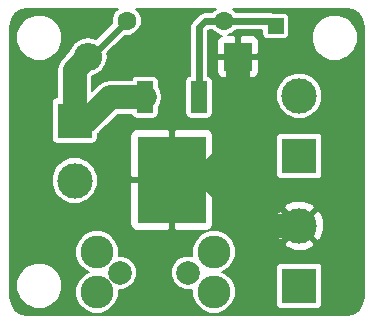
<source format=gtl>
G04 #@! TF.FileFunction,Copper,L1,Top,Signal*
%FSLAX46Y46*%
G04 Gerber Fmt 4.6, Leading zero omitted, Abs format (unit mm)*
G04 Created by KiCad (PCBNEW 4.0.7) date 07/04/19 18:58:04*
%MOMM*%
%LPD*%
G01*
G04 APERTURE LIST*
%ADD10C,0.100000*%
%ADD11R,2.400000X2.400000*%
%ADD12O,2.400000X2.400000*%
%ADD13C,1.600000*%
%ADD14C,2.000000*%
%ADD15R,1.350000X1.350000*%
%ADD16R,3.000000X3.000000*%
%ADD17C,3.000000*%
%ADD18R,1.400000X2.700000*%
%ADD19R,5.800000X7.400000*%
%ADD20C,2.780000*%
%ADD21C,0.609600*%
%ADD22C,2.032000*%
%ADD23C,0.200000*%
G04 APERTURE END LIST*
D10*
D11*
X146812000Y-53975000D03*
D12*
X134112000Y-53975000D03*
D13*
X137418000Y-50927000D03*
X145668000Y-50927000D03*
D14*
X136800000Y-72263000D03*
X142600000Y-72263000D03*
D15*
X149998000Y-51365000D03*
D16*
X151998000Y-62365000D03*
D17*
X151998000Y-57285000D03*
D16*
X132998000Y-59365000D03*
D17*
X132998000Y-64445000D03*
D18*
X143504000Y-57399000D03*
X138944000Y-57399000D03*
D19*
X141224000Y-64381000D03*
D16*
X151998000Y-73365000D03*
D17*
X151998000Y-68285000D03*
D20*
X134874000Y-70485000D03*
X134874000Y-73885000D03*
X144794000Y-70485000D03*
X144794000Y-73885000D03*
D21*
X134112000Y-53975000D02*
X134370000Y-53975000D01*
X134370000Y-53975000D02*
X137418000Y-50927000D01*
D22*
X132998000Y-59365000D02*
X134056000Y-59365000D01*
X134056000Y-59365000D02*
X136022000Y-57399000D01*
X136022000Y-57399000D02*
X138944000Y-57399000D01*
X132998000Y-59365000D02*
X132998000Y-55089000D01*
X132998000Y-55089000D02*
X134112000Y-53975000D01*
D21*
X145668000Y-50927000D02*
X144018000Y-50927000D01*
X143504000Y-51441000D02*
X143504000Y-57399000D01*
X144018000Y-50927000D02*
X143504000Y-51441000D01*
X145668000Y-50927000D02*
X149560000Y-50927000D01*
X149560000Y-50927000D02*
X149998000Y-51365000D01*
X149928000Y-51435000D02*
X149998000Y-51365000D01*
D22*
X146812000Y-53975000D02*
X146812000Y-61341000D01*
X146812000Y-61341000D02*
X143772000Y-64381000D01*
X143772000Y-64381000D02*
X141224000Y-64381000D01*
X141224000Y-64381000D02*
X144518000Y-64381000D01*
X148422000Y-68285000D02*
X151998000Y-68285000D01*
X144518000Y-64381000D02*
X148422000Y-68285000D01*
D23*
G36*
X136358919Y-50218007D02*
X136168217Y-50677269D01*
X136167840Y-51109712D01*
X134806445Y-52471107D01*
X134775753Y-52450599D01*
X134144325Y-52325000D01*
X134079675Y-52325000D01*
X133448247Y-52450599D01*
X132912949Y-52808274D01*
X132555274Y-53343572D01*
X132526740Y-53487023D01*
X131961381Y-54052381D01*
X131643593Y-54527986D01*
X131531999Y-55089000D01*
X131532000Y-55089005D01*
X131532000Y-57406184D01*
X131498000Y-57406184D01*
X131331240Y-57437562D01*
X131178081Y-57536117D01*
X131075332Y-57686495D01*
X131039184Y-57865000D01*
X131039184Y-60865000D01*
X131070562Y-61031760D01*
X131169117Y-61184919D01*
X131319495Y-61287668D01*
X131498000Y-61323816D01*
X134498000Y-61323816D01*
X134664760Y-61292438D01*
X134817919Y-61193883D01*
X134920668Y-61043505D01*
X134956816Y-60865000D01*
X134956816Y-60560061D01*
X137716000Y-60560061D01*
X137716000Y-64075000D01*
X137868000Y-64227000D01*
X141070000Y-64227000D01*
X141070000Y-60225000D01*
X141378000Y-60225000D01*
X141378000Y-64227000D01*
X144580000Y-64227000D01*
X144732000Y-64075000D01*
X144732000Y-60865000D01*
X150039184Y-60865000D01*
X150039184Y-63865000D01*
X150070562Y-64031760D01*
X150169117Y-64184919D01*
X150319495Y-64287668D01*
X150498000Y-64323816D01*
X153498000Y-64323816D01*
X153664760Y-64292438D01*
X153817919Y-64193883D01*
X153920668Y-64043505D01*
X153956816Y-63865000D01*
X153956816Y-60865000D01*
X153925438Y-60698240D01*
X153826883Y-60545081D01*
X153676505Y-60442332D01*
X153498000Y-60406184D01*
X150498000Y-60406184D01*
X150331240Y-60437562D01*
X150178081Y-60536117D01*
X150075332Y-60686495D01*
X150039184Y-60865000D01*
X144732000Y-60865000D01*
X144732000Y-60560061D01*
X144639437Y-60336595D01*
X144468404Y-60165562D01*
X144244938Y-60073000D01*
X141530000Y-60073000D01*
X141378000Y-60225000D01*
X141070000Y-60225000D01*
X140918000Y-60073000D01*
X138203062Y-60073000D01*
X137979596Y-60165562D01*
X137808563Y-60336595D01*
X137716000Y-60560061D01*
X134956816Y-60560061D01*
X134956816Y-60492359D01*
X135092619Y-60401619D01*
X136629237Y-58865000D01*
X137807011Y-58865000D01*
X137816562Y-58915760D01*
X137915117Y-59068919D01*
X138065495Y-59171668D01*
X138244000Y-59207816D01*
X139644000Y-59207816D01*
X139810760Y-59176438D01*
X139963919Y-59077883D01*
X140066668Y-58927505D01*
X140102816Y-58749000D01*
X140102816Y-58252738D01*
X140298407Y-57960014D01*
X140410000Y-57399000D01*
X140298407Y-56837986D01*
X140102816Y-56545262D01*
X140102816Y-56049000D01*
X140071438Y-55882240D01*
X139972883Y-55729081D01*
X139822505Y-55626332D01*
X139644000Y-55590184D01*
X138244000Y-55590184D01*
X138077240Y-55621562D01*
X137924081Y-55720117D01*
X137821332Y-55870495D01*
X137808674Y-55933000D01*
X136022005Y-55933000D01*
X136022000Y-55932999D01*
X135554065Y-56026078D01*
X135460986Y-56044593D01*
X134985381Y-56362381D01*
X134985379Y-56362384D01*
X134464000Y-56883763D01*
X134464000Y-55696238D01*
X134632302Y-55527935D01*
X134775753Y-55499401D01*
X135311051Y-55141726D01*
X135668726Y-54606428D01*
X135794325Y-53975000D01*
X135735115Y-53677333D01*
X137235606Y-52176842D01*
X137665550Y-52177217D01*
X138125143Y-51987316D01*
X138477081Y-51635993D01*
X138667783Y-51176731D01*
X138668217Y-50679450D01*
X138478316Y-50219857D01*
X138149035Y-49890000D01*
X144937500Y-49890000D01*
X144654806Y-50172200D01*
X144018000Y-50172200D01*
X143729151Y-50229656D01*
X143484276Y-50393276D01*
X142970276Y-50907276D01*
X142806656Y-51152150D01*
X142764317Y-51365000D01*
X142749200Y-51441000D01*
X142749200Y-55600495D01*
X142637240Y-55621562D01*
X142484081Y-55720117D01*
X142381332Y-55870495D01*
X142345184Y-56049000D01*
X142345184Y-58749000D01*
X142376562Y-58915760D01*
X142475117Y-59068919D01*
X142625495Y-59171668D01*
X142804000Y-59207816D01*
X144204000Y-59207816D01*
X144370760Y-59176438D01*
X144523919Y-59077883D01*
X144626668Y-58927505D01*
X144662816Y-58749000D01*
X144662816Y-57671177D01*
X150047662Y-57671177D01*
X150343906Y-58388143D01*
X150891971Y-58937166D01*
X151608419Y-59234661D01*
X152384177Y-59235338D01*
X153101143Y-58939094D01*
X153650166Y-58391029D01*
X153947661Y-57674581D01*
X153948338Y-56898823D01*
X153652094Y-56181857D01*
X153104029Y-55632834D01*
X152387581Y-55335339D01*
X151611823Y-55334662D01*
X150894857Y-55630906D01*
X150345834Y-56178971D01*
X150048339Y-56895419D01*
X150047662Y-57671177D01*
X144662816Y-57671177D01*
X144662816Y-56049000D01*
X144631438Y-55882240D01*
X144532883Y-55729081D01*
X144382505Y-55626332D01*
X144258800Y-55601281D01*
X144258800Y-54281000D01*
X145004000Y-54281000D01*
X145004000Y-55295938D01*
X145096562Y-55519404D01*
X145267595Y-55690437D01*
X145491061Y-55783000D01*
X146506000Y-55783000D01*
X146658000Y-55631000D01*
X146658000Y-54129000D01*
X146966000Y-54129000D01*
X146966000Y-55631000D01*
X147118000Y-55783000D01*
X148132939Y-55783000D01*
X148356405Y-55690437D01*
X148527438Y-55519404D01*
X148620000Y-55295938D01*
X148620000Y-54281000D01*
X148468000Y-54129000D01*
X146966000Y-54129000D01*
X146658000Y-54129000D01*
X145156000Y-54129000D01*
X145004000Y-54281000D01*
X144258800Y-54281000D01*
X144258800Y-51753648D01*
X144330648Y-51681800D01*
X144655258Y-51681800D01*
X144959007Y-51986081D01*
X145418269Y-52176783D01*
X145467339Y-52176826D01*
X145267595Y-52259563D01*
X145096562Y-52430596D01*
X145004000Y-52654062D01*
X145004000Y-53669000D01*
X145156000Y-53821000D01*
X146658000Y-53821000D01*
X146658000Y-52319000D01*
X146966000Y-52319000D01*
X146966000Y-53821000D01*
X148468000Y-53821000D01*
X148620000Y-53669000D01*
X148620000Y-52751177D01*
X153047662Y-52751177D01*
X153343906Y-53468143D01*
X153891971Y-54017166D01*
X154608419Y-54314661D01*
X155384177Y-54315338D01*
X156101143Y-54019094D01*
X156650166Y-53471029D01*
X156947661Y-52754581D01*
X156948338Y-51978823D01*
X156652094Y-51261857D01*
X156104029Y-50712834D01*
X155387581Y-50415339D01*
X154611823Y-50414662D01*
X153894857Y-50710906D01*
X153345834Y-51258971D01*
X153048339Y-51975419D01*
X153047662Y-52751177D01*
X148620000Y-52751177D01*
X148620000Y-52654062D01*
X148527438Y-52430596D01*
X148356405Y-52259563D01*
X148132939Y-52167000D01*
X147118000Y-52167000D01*
X146966000Y-52319000D01*
X146658000Y-52319000D01*
X146506000Y-52167000D01*
X145940277Y-52167000D01*
X146375143Y-51987316D01*
X146681194Y-51681800D01*
X148864184Y-51681800D01*
X148864184Y-52040000D01*
X148895562Y-52206760D01*
X148994117Y-52359919D01*
X149144495Y-52462668D01*
X149323000Y-52498816D01*
X150673000Y-52498816D01*
X150839760Y-52467438D01*
X150992919Y-52368883D01*
X151095668Y-52218505D01*
X151131816Y-52040000D01*
X151131816Y-50690000D01*
X151100438Y-50523240D01*
X151001883Y-50370081D01*
X150851505Y-50267332D01*
X150673000Y-50231184D01*
X149851137Y-50231184D01*
X149848850Y-50229656D01*
X149560000Y-50172200D01*
X146680742Y-50172200D01*
X146399035Y-49890000D01*
X155946294Y-49890000D01*
X156558522Y-50011780D01*
X157033710Y-50329290D01*
X157351220Y-50804479D01*
X157473000Y-51416706D01*
X157473000Y-74313294D01*
X157351220Y-74925521D01*
X157033710Y-75400710D01*
X156558522Y-75718220D01*
X155946294Y-75840000D01*
X129049706Y-75840000D01*
X128437479Y-75718220D01*
X127962290Y-75400710D01*
X127644780Y-74925522D01*
X127523000Y-74313294D01*
X127523000Y-73751177D01*
X128047662Y-73751177D01*
X128343906Y-74468143D01*
X128891971Y-75017166D01*
X129608419Y-75314661D01*
X130384177Y-75315338D01*
X131101143Y-75019094D01*
X131650166Y-74471029D01*
X131947661Y-73754581D01*
X131948338Y-72978823D01*
X131652094Y-72261857D01*
X131104029Y-71712834D01*
X130387581Y-71415339D01*
X129611823Y-71414662D01*
X128894857Y-71710906D01*
X128345834Y-72258971D01*
X128048339Y-72975419D01*
X128047662Y-73751177D01*
X127523000Y-73751177D01*
X127523000Y-70849393D01*
X133033681Y-70849393D01*
X133313214Y-71525915D01*
X133830363Y-72043967D01*
X134170009Y-72185000D01*
X133833085Y-72324214D01*
X133315033Y-72841363D01*
X133034320Y-73517396D01*
X133033681Y-74249393D01*
X133313214Y-74925915D01*
X133830363Y-75443967D01*
X134506396Y-75724680D01*
X135238393Y-75725319D01*
X135914915Y-75445786D01*
X136432967Y-74928637D01*
X136713680Y-74252604D01*
X136714151Y-73712926D01*
X137087157Y-73713251D01*
X137620286Y-73492967D01*
X138028533Y-73085431D01*
X138249748Y-72552688D01*
X138249750Y-72550157D01*
X141149749Y-72550157D01*
X141370033Y-73083286D01*
X141777569Y-73491533D01*
X142310312Y-73712748D01*
X142887157Y-73713251D01*
X142954173Y-73685561D01*
X142953681Y-74249393D01*
X143233214Y-74925915D01*
X143750363Y-75443967D01*
X144426396Y-75724680D01*
X145158393Y-75725319D01*
X145834915Y-75445786D01*
X146352967Y-74928637D01*
X146633680Y-74252604D01*
X146634319Y-73520607D01*
X146354786Y-72844085D01*
X145837637Y-72326033D01*
X145497991Y-72185000D01*
X145834915Y-72045786D01*
X146016016Y-71865000D01*
X150039184Y-71865000D01*
X150039184Y-74865000D01*
X150070562Y-75031760D01*
X150169117Y-75184919D01*
X150319495Y-75287668D01*
X150498000Y-75323816D01*
X153498000Y-75323816D01*
X153664760Y-75292438D01*
X153817919Y-75193883D01*
X153920668Y-75043505D01*
X153956816Y-74865000D01*
X153956816Y-71865000D01*
X153925438Y-71698240D01*
X153826883Y-71545081D01*
X153676505Y-71442332D01*
X153498000Y-71406184D01*
X150498000Y-71406184D01*
X150331240Y-71437562D01*
X150178081Y-71536117D01*
X150075332Y-71686495D01*
X150039184Y-71865000D01*
X146016016Y-71865000D01*
X146352967Y-71528637D01*
X146633680Y-70852604D01*
X146634319Y-70120607D01*
X146502671Y-69801993D01*
X150698796Y-69801993D01*
X150862510Y-70109869D01*
X151647291Y-70405492D01*
X152485464Y-70378289D01*
X153133490Y-70109869D01*
X153297204Y-69801993D01*
X151998000Y-68502789D01*
X150698796Y-69801993D01*
X146502671Y-69801993D01*
X146354786Y-69444085D01*
X145837637Y-68926033D01*
X145161604Y-68645320D01*
X144429607Y-68644681D01*
X143753085Y-68924214D01*
X143235033Y-69441363D01*
X142954320Y-70117396D01*
X142953689Y-70839828D01*
X142889688Y-70813252D01*
X142312843Y-70812749D01*
X141779714Y-71033033D01*
X141371467Y-71440569D01*
X141150252Y-71973312D01*
X141149749Y-72550157D01*
X138249750Y-72550157D01*
X138250251Y-71975843D01*
X138029967Y-71442714D01*
X137622431Y-71034467D01*
X137089688Y-70813252D01*
X136713715Y-70812924D01*
X136714319Y-70120607D01*
X136434786Y-69444085D01*
X135917637Y-68926033D01*
X135241604Y-68645320D01*
X134509607Y-68644681D01*
X133833085Y-68924214D01*
X133315033Y-69441363D01*
X133034320Y-70117396D01*
X133033681Y-70849393D01*
X127523000Y-70849393D01*
X127523000Y-64831177D01*
X131047662Y-64831177D01*
X131343906Y-65548143D01*
X131891971Y-66097166D01*
X132608419Y-66394661D01*
X133384177Y-66395338D01*
X134101143Y-66099094D01*
X134650166Y-65551029D01*
X134947661Y-64834581D01*
X134947789Y-64687000D01*
X137716000Y-64687000D01*
X137716000Y-68201939D01*
X137808563Y-68425405D01*
X137979596Y-68596438D01*
X138203062Y-68689000D01*
X140918000Y-68689000D01*
X141070000Y-68537000D01*
X141070000Y-64535000D01*
X141378000Y-64535000D01*
X141378000Y-68537000D01*
X141530000Y-68689000D01*
X144244938Y-68689000D01*
X144468404Y-68596438D01*
X144639437Y-68425405D01*
X144732000Y-68201939D01*
X144732000Y-67934291D01*
X149877508Y-67934291D01*
X149904711Y-68772464D01*
X150173131Y-69420490D01*
X150481007Y-69584204D01*
X151780211Y-68285000D01*
X152215789Y-68285000D01*
X153514993Y-69584204D01*
X153822869Y-69420490D01*
X154118492Y-68635709D01*
X154091289Y-67797536D01*
X153822869Y-67149510D01*
X153514993Y-66985796D01*
X152215789Y-68285000D01*
X151780211Y-68285000D01*
X150481007Y-66985796D01*
X150173131Y-67149510D01*
X149877508Y-67934291D01*
X144732000Y-67934291D01*
X144732000Y-66768007D01*
X150698796Y-66768007D01*
X151998000Y-68067211D01*
X153297204Y-66768007D01*
X153133490Y-66460131D01*
X152348709Y-66164508D01*
X151510536Y-66191711D01*
X150862510Y-66460131D01*
X150698796Y-66768007D01*
X144732000Y-66768007D01*
X144732000Y-64687000D01*
X144580000Y-64535000D01*
X141378000Y-64535000D01*
X141070000Y-64535000D01*
X137868000Y-64535000D01*
X137716000Y-64687000D01*
X134947789Y-64687000D01*
X134948338Y-64058823D01*
X134652094Y-63341857D01*
X134104029Y-62792834D01*
X133387581Y-62495339D01*
X132611823Y-62494662D01*
X131894857Y-62790906D01*
X131345834Y-63338971D01*
X131048339Y-64055419D01*
X131047662Y-64831177D01*
X127523000Y-64831177D01*
X127523000Y-52751177D01*
X128047662Y-52751177D01*
X128343906Y-53468143D01*
X128891971Y-54017166D01*
X129608419Y-54314661D01*
X130384177Y-54315338D01*
X131101143Y-54019094D01*
X131650166Y-53471029D01*
X131947661Y-52754581D01*
X131948338Y-51978823D01*
X131652094Y-51261857D01*
X131104029Y-50712834D01*
X130387581Y-50415339D01*
X129611823Y-50414662D01*
X128894857Y-50710906D01*
X128345834Y-51258971D01*
X128048339Y-51975419D01*
X128047662Y-52751177D01*
X127523000Y-52751177D01*
X127523000Y-51416706D01*
X127644780Y-50804478D01*
X127962290Y-50329290D01*
X128437479Y-50011780D01*
X129049706Y-49890000D01*
X136687500Y-49890000D01*
X136358919Y-50218007D01*
X136358919Y-50218007D01*
G37*
X136358919Y-50218007D02*
X136168217Y-50677269D01*
X136167840Y-51109712D01*
X134806445Y-52471107D01*
X134775753Y-52450599D01*
X134144325Y-52325000D01*
X134079675Y-52325000D01*
X133448247Y-52450599D01*
X132912949Y-52808274D01*
X132555274Y-53343572D01*
X132526740Y-53487023D01*
X131961381Y-54052381D01*
X131643593Y-54527986D01*
X131531999Y-55089000D01*
X131532000Y-55089005D01*
X131532000Y-57406184D01*
X131498000Y-57406184D01*
X131331240Y-57437562D01*
X131178081Y-57536117D01*
X131075332Y-57686495D01*
X131039184Y-57865000D01*
X131039184Y-60865000D01*
X131070562Y-61031760D01*
X131169117Y-61184919D01*
X131319495Y-61287668D01*
X131498000Y-61323816D01*
X134498000Y-61323816D01*
X134664760Y-61292438D01*
X134817919Y-61193883D01*
X134920668Y-61043505D01*
X134956816Y-60865000D01*
X134956816Y-60560061D01*
X137716000Y-60560061D01*
X137716000Y-64075000D01*
X137868000Y-64227000D01*
X141070000Y-64227000D01*
X141070000Y-60225000D01*
X141378000Y-60225000D01*
X141378000Y-64227000D01*
X144580000Y-64227000D01*
X144732000Y-64075000D01*
X144732000Y-60865000D01*
X150039184Y-60865000D01*
X150039184Y-63865000D01*
X150070562Y-64031760D01*
X150169117Y-64184919D01*
X150319495Y-64287668D01*
X150498000Y-64323816D01*
X153498000Y-64323816D01*
X153664760Y-64292438D01*
X153817919Y-64193883D01*
X153920668Y-64043505D01*
X153956816Y-63865000D01*
X153956816Y-60865000D01*
X153925438Y-60698240D01*
X153826883Y-60545081D01*
X153676505Y-60442332D01*
X153498000Y-60406184D01*
X150498000Y-60406184D01*
X150331240Y-60437562D01*
X150178081Y-60536117D01*
X150075332Y-60686495D01*
X150039184Y-60865000D01*
X144732000Y-60865000D01*
X144732000Y-60560061D01*
X144639437Y-60336595D01*
X144468404Y-60165562D01*
X144244938Y-60073000D01*
X141530000Y-60073000D01*
X141378000Y-60225000D01*
X141070000Y-60225000D01*
X140918000Y-60073000D01*
X138203062Y-60073000D01*
X137979596Y-60165562D01*
X137808563Y-60336595D01*
X137716000Y-60560061D01*
X134956816Y-60560061D01*
X134956816Y-60492359D01*
X135092619Y-60401619D01*
X136629237Y-58865000D01*
X137807011Y-58865000D01*
X137816562Y-58915760D01*
X137915117Y-59068919D01*
X138065495Y-59171668D01*
X138244000Y-59207816D01*
X139644000Y-59207816D01*
X139810760Y-59176438D01*
X139963919Y-59077883D01*
X140066668Y-58927505D01*
X140102816Y-58749000D01*
X140102816Y-58252738D01*
X140298407Y-57960014D01*
X140410000Y-57399000D01*
X140298407Y-56837986D01*
X140102816Y-56545262D01*
X140102816Y-56049000D01*
X140071438Y-55882240D01*
X139972883Y-55729081D01*
X139822505Y-55626332D01*
X139644000Y-55590184D01*
X138244000Y-55590184D01*
X138077240Y-55621562D01*
X137924081Y-55720117D01*
X137821332Y-55870495D01*
X137808674Y-55933000D01*
X136022005Y-55933000D01*
X136022000Y-55932999D01*
X135554065Y-56026078D01*
X135460986Y-56044593D01*
X134985381Y-56362381D01*
X134985379Y-56362384D01*
X134464000Y-56883763D01*
X134464000Y-55696238D01*
X134632302Y-55527935D01*
X134775753Y-55499401D01*
X135311051Y-55141726D01*
X135668726Y-54606428D01*
X135794325Y-53975000D01*
X135735115Y-53677333D01*
X137235606Y-52176842D01*
X137665550Y-52177217D01*
X138125143Y-51987316D01*
X138477081Y-51635993D01*
X138667783Y-51176731D01*
X138668217Y-50679450D01*
X138478316Y-50219857D01*
X138149035Y-49890000D01*
X144937500Y-49890000D01*
X144654806Y-50172200D01*
X144018000Y-50172200D01*
X143729151Y-50229656D01*
X143484276Y-50393276D01*
X142970276Y-50907276D01*
X142806656Y-51152150D01*
X142764317Y-51365000D01*
X142749200Y-51441000D01*
X142749200Y-55600495D01*
X142637240Y-55621562D01*
X142484081Y-55720117D01*
X142381332Y-55870495D01*
X142345184Y-56049000D01*
X142345184Y-58749000D01*
X142376562Y-58915760D01*
X142475117Y-59068919D01*
X142625495Y-59171668D01*
X142804000Y-59207816D01*
X144204000Y-59207816D01*
X144370760Y-59176438D01*
X144523919Y-59077883D01*
X144626668Y-58927505D01*
X144662816Y-58749000D01*
X144662816Y-57671177D01*
X150047662Y-57671177D01*
X150343906Y-58388143D01*
X150891971Y-58937166D01*
X151608419Y-59234661D01*
X152384177Y-59235338D01*
X153101143Y-58939094D01*
X153650166Y-58391029D01*
X153947661Y-57674581D01*
X153948338Y-56898823D01*
X153652094Y-56181857D01*
X153104029Y-55632834D01*
X152387581Y-55335339D01*
X151611823Y-55334662D01*
X150894857Y-55630906D01*
X150345834Y-56178971D01*
X150048339Y-56895419D01*
X150047662Y-57671177D01*
X144662816Y-57671177D01*
X144662816Y-56049000D01*
X144631438Y-55882240D01*
X144532883Y-55729081D01*
X144382505Y-55626332D01*
X144258800Y-55601281D01*
X144258800Y-54281000D01*
X145004000Y-54281000D01*
X145004000Y-55295938D01*
X145096562Y-55519404D01*
X145267595Y-55690437D01*
X145491061Y-55783000D01*
X146506000Y-55783000D01*
X146658000Y-55631000D01*
X146658000Y-54129000D01*
X146966000Y-54129000D01*
X146966000Y-55631000D01*
X147118000Y-55783000D01*
X148132939Y-55783000D01*
X148356405Y-55690437D01*
X148527438Y-55519404D01*
X148620000Y-55295938D01*
X148620000Y-54281000D01*
X148468000Y-54129000D01*
X146966000Y-54129000D01*
X146658000Y-54129000D01*
X145156000Y-54129000D01*
X145004000Y-54281000D01*
X144258800Y-54281000D01*
X144258800Y-51753648D01*
X144330648Y-51681800D01*
X144655258Y-51681800D01*
X144959007Y-51986081D01*
X145418269Y-52176783D01*
X145467339Y-52176826D01*
X145267595Y-52259563D01*
X145096562Y-52430596D01*
X145004000Y-52654062D01*
X145004000Y-53669000D01*
X145156000Y-53821000D01*
X146658000Y-53821000D01*
X146658000Y-52319000D01*
X146966000Y-52319000D01*
X146966000Y-53821000D01*
X148468000Y-53821000D01*
X148620000Y-53669000D01*
X148620000Y-52751177D01*
X153047662Y-52751177D01*
X153343906Y-53468143D01*
X153891971Y-54017166D01*
X154608419Y-54314661D01*
X155384177Y-54315338D01*
X156101143Y-54019094D01*
X156650166Y-53471029D01*
X156947661Y-52754581D01*
X156948338Y-51978823D01*
X156652094Y-51261857D01*
X156104029Y-50712834D01*
X155387581Y-50415339D01*
X154611823Y-50414662D01*
X153894857Y-50710906D01*
X153345834Y-51258971D01*
X153048339Y-51975419D01*
X153047662Y-52751177D01*
X148620000Y-52751177D01*
X148620000Y-52654062D01*
X148527438Y-52430596D01*
X148356405Y-52259563D01*
X148132939Y-52167000D01*
X147118000Y-52167000D01*
X146966000Y-52319000D01*
X146658000Y-52319000D01*
X146506000Y-52167000D01*
X145940277Y-52167000D01*
X146375143Y-51987316D01*
X146681194Y-51681800D01*
X148864184Y-51681800D01*
X148864184Y-52040000D01*
X148895562Y-52206760D01*
X148994117Y-52359919D01*
X149144495Y-52462668D01*
X149323000Y-52498816D01*
X150673000Y-52498816D01*
X150839760Y-52467438D01*
X150992919Y-52368883D01*
X151095668Y-52218505D01*
X151131816Y-52040000D01*
X151131816Y-50690000D01*
X151100438Y-50523240D01*
X151001883Y-50370081D01*
X150851505Y-50267332D01*
X150673000Y-50231184D01*
X149851137Y-50231184D01*
X149848850Y-50229656D01*
X149560000Y-50172200D01*
X146680742Y-50172200D01*
X146399035Y-49890000D01*
X155946294Y-49890000D01*
X156558522Y-50011780D01*
X157033710Y-50329290D01*
X157351220Y-50804479D01*
X157473000Y-51416706D01*
X157473000Y-74313294D01*
X157351220Y-74925521D01*
X157033710Y-75400710D01*
X156558522Y-75718220D01*
X155946294Y-75840000D01*
X129049706Y-75840000D01*
X128437479Y-75718220D01*
X127962290Y-75400710D01*
X127644780Y-74925522D01*
X127523000Y-74313294D01*
X127523000Y-73751177D01*
X128047662Y-73751177D01*
X128343906Y-74468143D01*
X128891971Y-75017166D01*
X129608419Y-75314661D01*
X130384177Y-75315338D01*
X131101143Y-75019094D01*
X131650166Y-74471029D01*
X131947661Y-73754581D01*
X131948338Y-72978823D01*
X131652094Y-72261857D01*
X131104029Y-71712834D01*
X130387581Y-71415339D01*
X129611823Y-71414662D01*
X128894857Y-71710906D01*
X128345834Y-72258971D01*
X128048339Y-72975419D01*
X128047662Y-73751177D01*
X127523000Y-73751177D01*
X127523000Y-70849393D01*
X133033681Y-70849393D01*
X133313214Y-71525915D01*
X133830363Y-72043967D01*
X134170009Y-72185000D01*
X133833085Y-72324214D01*
X133315033Y-72841363D01*
X133034320Y-73517396D01*
X133033681Y-74249393D01*
X133313214Y-74925915D01*
X133830363Y-75443967D01*
X134506396Y-75724680D01*
X135238393Y-75725319D01*
X135914915Y-75445786D01*
X136432967Y-74928637D01*
X136713680Y-74252604D01*
X136714151Y-73712926D01*
X137087157Y-73713251D01*
X137620286Y-73492967D01*
X138028533Y-73085431D01*
X138249748Y-72552688D01*
X138249750Y-72550157D01*
X141149749Y-72550157D01*
X141370033Y-73083286D01*
X141777569Y-73491533D01*
X142310312Y-73712748D01*
X142887157Y-73713251D01*
X142954173Y-73685561D01*
X142953681Y-74249393D01*
X143233214Y-74925915D01*
X143750363Y-75443967D01*
X144426396Y-75724680D01*
X145158393Y-75725319D01*
X145834915Y-75445786D01*
X146352967Y-74928637D01*
X146633680Y-74252604D01*
X146634319Y-73520607D01*
X146354786Y-72844085D01*
X145837637Y-72326033D01*
X145497991Y-72185000D01*
X145834915Y-72045786D01*
X146016016Y-71865000D01*
X150039184Y-71865000D01*
X150039184Y-74865000D01*
X150070562Y-75031760D01*
X150169117Y-75184919D01*
X150319495Y-75287668D01*
X150498000Y-75323816D01*
X153498000Y-75323816D01*
X153664760Y-75292438D01*
X153817919Y-75193883D01*
X153920668Y-75043505D01*
X153956816Y-74865000D01*
X153956816Y-71865000D01*
X153925438Y-71698240D01*
X153826883Y-71545081D01*
X153676505Y-71442332D01*
X153498000Y-71406184D01*
X150498000Y-71406184D01*
X150331240Y-71437562D01*
X150178081Y-71536117D01*
X150075332Y-71686495D01*
X150039184Y-71865000D01*
X146016016Y-71865000D01*
X146352967Y-71528637D01*
X146633680Y-70852604D01*
X146634319Y-70120607D01*
X146502671Y-69801993D01*
X150698796Y-69801993D01*
X150862510Y-70109869D01*
X151647291Y-70405492D01*
X152485464Y-70378289D01*
X153133490Y-70109869D01*
X153297204Y-69801993D01*
X151998000Y-68502789D01*
X150698796Y-69801993D01*
X146502671Y-69801993D01*
X146354786Y-69444085D01*
X145837637Y-68926033D01*
X145161604Y-68645320D01*
X144429607Y-68644681D01*
X143753085Y-68924214D01*
X143235033Y-69441363D01*
X142954320Y-70117396D01*
X142953689Y-70839828D01*
X142889688Y-70813252D01*
X142312843Y-70812749D01*
X141779714Y-71033033D01*
X141371467Y-71440569D01*
X141150252Y-71973312D01*
X141149749Y-72550157D01*
X138249750Y-72550157D01*
X138250251Y-71975843D01*
X138029967Y-71442714D01*
X137622431Y-71034467D01*
X137089688Y-70813252D01*
X136713715Y-70812924D01*
X136714319Y-70120607D01*
X136434786Y-69444085D01*
X135917637Y-68926033D01*
X135241604Y-68645320D01*
X134509607Y-68644681D01*
X133833085Y-68924214D01*
X133315033Y-69441363D01*
X133034320Y-70117396D01*
X133033681Y-70849393D01*
X127523000Y-70849393D01*
X127523000Y-64831177D01*
X131047662Y-64831177D01*
X131343906Y-65548143D01*
X131891971Y-66097166D01*
X132608419Y-66394661D01*
X133384177Y-66395338D01*
X134101143Y-66099094D01*
X134650166Y-65551029D01*
X134947661Y-64834581D01*
X134947789Y-64687000D01*
X137716000Y-64687000D01*
X137716000Y-68201939D01*
X137808563Y-68425405D01*
X137979596Y-68596438D01*
X138203062Y-68689000D01*
X140918000Y-68689000D01*
X141070000Y-68537000D01*
X141070000Y-64535000D01*
X141378000Y-64535000D01*
X141378000Y-68537000D01*
X141530000Y-68689000D01*
X144244938Y-68689000D01*
X144468404Y-68596438D01*
X144639437Y-68425405D01*
X144732000Y-68201939D01*
X144732000Y-67934291D01*
X149877508Y-67934291D01*
X149904711Y-68772464D01*
X150173131Y-69420490D01*
X150481007Y-69584204D01*
X151780211Y-68285000D01*
X152215789Y-68285000D01*
X153514993Y-69584204D01*
X153822869Y-69420490D01*
X154118492Y-68635709D01*
X154091289Y-67797536D01*
X153822869Y-67149510D01*
X153514993Y-66985796D01*
X152215789Y-68285000D01*
X151780211Y-68285000D01*
X150481007Y-66985796D01*
X150173131Y-67149510D01*
X149877508Y-67934291D01*
X144732000Y-67934291D01*
X144732000Y-66768007D01*
X150698796Y-66768007D01*
X151998000Y-68067211D01*
X153297204Y-66768007D01*
X153133490Y-66460131D01*
X152348709Y-66164508D01*
X151510536Y-66191711D01*
X150862510Y-66460131D01*
X150698796Y-66768007D01*
X144732000Y-66768007D01*
X144732000Y-64687000D01*
X144580000Y-64535000D01*
X141378000Y-64535000D01*
X141070000Y-64535000D01*
X137868000Y-64535000D01*
X137716000Y-64687000D01*
X134947789Y-64687000D01*
X134948338Y-64058823D01*
X134652094Y-63341857D01*
X134104029Y-62792834D01*
X133387581Y-62495339D01*
X132611823Y-62494662D01*
X131894857Y-62790906D01*
X131345834Y-63338971D01*
X131048339Y-64055419D01*
X131047662Y-64831177D01*
X127523000Y-64831177D01*
X127523000Y-52751177D01*
X128047662Y-52751177D01*
X128343906Y-53468143D01*
X128891971Y-54017166D01*
X129608419Y-54314661D01*
X130384177Y-54315338D01*
X131101143Y-54019094D01*
X131650166Y-53471029D01*
X131947661Y-52754581D01*
X131948338Y-51978823D01*
X131652094Y-51261857D01*
X131104029Y-50712834D01*
X130387581Y-50415339D01*
X129611823Y-50414662D01*
X128894857Y-50710906D01*
X128345834Y-51258971D01*
X128048339Y-51975419D01*
X128047662Y-52751177D01*
X127523000Y-52751177D01*
X127523000Y-51416706D01*
X127644780Y-50804478D01*
X127962290Y-50329290D01*
X128437479Y-50011780D01*
X129049706Y-49890000D01*
X136687500Y-49890000D01*
X136358919Y-50218007D01*
M02*

</source>
